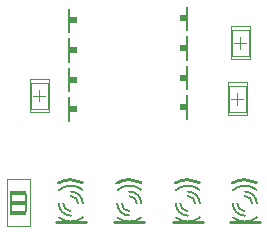
<source format=gtp>
%FSLAX24Y24*%
%MOIN*%
G70*
G01*
G75*
G04 Layer_Color=8421504*
%ADD10C,0.0320*%
%ADD11R,0.0476X0.0159*%
%ADD12C,0.0039*%
%ADD13C,0.0100*%
%ADD14C,0.0060*%
%ADD15R,0.0560X0.0140*%
%ADD16R,0.0250X0.0240*%
%ADD17C,0.0020*%
G04:AMPARAMS|DCode=18|XSize=66mil|YSize=66mil|CornerRadius=0mil|HoleSize=0mil|Usage=FLASHONLY|Rotation=270.000|XOffset=0mil|YOffset=0mil|HoleType=Round|Shape=Octagon|*
%AMOCTAGOND18*
4,1,8,-0.0165,-0.0330,0.0165,-0.0330,0.0330,-0.0165,0.0330,0.0165,0.0165,0.0330,-0.0165,0.0330,-0.0330,0.0165,-0.0330,-0.0165,-0.0165,-0.0330,0.0*
%
%ADD18OCTAGOND18*%

%ADD19O,0.1200X0.0600*%
%ADD20C,0.0591*%
%ADD21R,0.0591X0.0591*%
%ADD22R,0.0630X0.0520*%
%ADD23R,0.0551X0.0433*%
%ADD24C,0.0050*%
%ADD25C,0.0260*%
%ADD26C,0.0079*%
%ADD27C,0.0080*%
%ADD28R,0.2601X0.0240*%
D11*
X752Y1225D02*
D03*
D12*
X8435Y6122D02*
Y6988D01*
X7865Y6122D02*
Y6988D01*
Y6122D02*
X8435D01*
X7865Y6988D02*
X8435D01*
X8335Y4262D02*
Y5128D01*
X7765Y4262D02*
Y5128D01*
Y4262D02*
X8335D01*
X7765Y5128D02*
X8335D01*
X1735Y4367D02*
Y5233D01*
X1165Y4367D02*
Y5233D01*
Y4367D02*
X1735D01*
X1165Y5233D02*
X1735D01*
X7953Y6555D02*
X8347D01*
X8150Y6358D02*
Y6752D01*
X8465Y6004D02*
Y7106D01*
X7835Y6004D02*
Y7106D01*
Y6004D02*
X8465D01*
X7835Y7106D02*
X8465D01*
X7853Y4695D02*
X8247D01*
X8050Y4498D02*
Y4892D01*
X8365Y4144D02*
Y5246D01*
X7735Y4144D02*
Y5246D01*
Y4144D02*
X8365D01*
X7735Y5246D02*
X8365D01*
X1253Y4800D02*
X1647D01*
X1450Y4603D02*
Y4997D01*
X1765Y4249D02*
Y5351D01*
X1135Y4249D02*
Y5351D01*
Y4249D02*
X1765D01*
X1135Y5351D02*
X1765D01*
D13*
X8300Y2000D02*
G03*
X7881Y1881I-0J-800D01*
G01*
X8680Y1904D02*
G03*
X8300Y2000I-380J-706D01*
G01*
X6400D02*
G03*
X5981Y1881I-0J-800D01*
G01*
X6780Y1904D02*
G03*
X6400Y2000I-380J-706D01*
G01*
X4450D02*
G03*
X4031Y1881I-0J-800D01*
G01*
X4830Y1904D02*
G03*
X4450Y2000I-380J-706D01*
G01*
X2500D02*
G03*
X2081Y1881I-0J-800D01*
G01*
X2880Y1904D02*
G03*
X2500Y2000I-380J-706D01*
G01*
X7800Y580D02*
X8800D01*
X5900D02*
X6900D01*
X3950D02*
X4950D01*
X2000D02*
X3000D01*
D14*
X7900Y1200D02*
G03*
X8300Y800I400J0D01*
G01*
X8050Y1200D02*
G03*
X8300Y950I250J0D01*
G01*
X8700Y1200D02*
G03*
X8300Y1600I-400J0D01*
G01*
X8550Y1200D02*
G03*
X8300Y1450I-250J0D01*
G01*
X7916Y730D02*
G03*
X8300Y600I372J465D01*
G01*
D02*
G03*
X8700Y740I11J611D01*
G01*
X8300Y1800D02*
G03*
X7901Y1648I-0J-600D01*
G01*
X8690Y1661D02*
G03*
X8300Y1800I-387J-469D01*
G01*
X6000Y1200D02*
G03*
X6400Y800I400J0D01*
G01*
X6150Y1200D02*
G03*
X6400Y950I250J0D01*
G01*
X6800Y1200D02*
G03*
X6400Y1600I-400J0D01*
G01*
X6650Y1200D02*
G03*
X6400Y1450I-250J0D01*
G01*
X6016Y730D02*
G03*
X6400Y600I372J465D01*
G01*
D02*
G03*
X6800Y740I11J611D01*
G01*
X6400Y1800D02*
G03*
X6001Y1648I-0J-600D01*
G01*
X6790Y1661D02*
G03*
X6400Y1800I-387J-469D01*
G01*
X4050Y1200D02*
G03*
X4450Y800I400J0D01*
G01*
X4200Y1200D02*
G03*
X4450Y950I250J0D01*
G01*
X4850Y1200D02*
G03*
X4450Y1600I-400J0D01*
G01*
X4700Y1200D02*
G03*
X4450Y1450I-250J0D01*
G01*
X4066Y730D02*
G03*
X4450Y600I372J465D01*
G01*
D02*
G03*
X4850Y740I11J611D01*
G01*
X4450Y1800D02*
G03*
X4051Y1648I-0J-600D01*
G01*
X4840Y1661D02*
G03*
X4450Y1800I-387J-469D01*
G01*
X2100Y1200D02*
G03*
X2500Y800I400J0D01*
G01*
X2250Y1200D02*
G03*
X2500Y950I250J0D01*
G01*
X2900Y1200D02*
G03*
X2500Y1600I-400J0D01*
G01*
X2750Y1200D02*
G03*
X2500Y1450I-250J0D01*
G01*
X2116Y730D02*
G03*
X2500Y600I372J465D01*
G01*
D02*
G03*
X2900Y740I11J611D01*
G01*
X2500Y1800D02*
G03*
X2101Y1648I-0J-600D01*
G01*
X2890Y1661D02*
G03*
X2500Y1800I-387J-469D01*
G01*
X500Y944D02*
Y1504D01*
X1000Y944D02*
Y1504D01*
X2450Y3963D02*
Y4743D01*
Y4953D02*
Y5733D01*
Y5936D02*
Y6716D01*
Y6916D02*
Y7696D01*
X6389Y6983D02*
Y7764D01*
Y5994D02*
Y6774D01*
Y5010D02*
Y5790D01*
Y4030D02*
Y4810D01*
D15*
X750Y1564D02*
D03*
Y884D02*
D03*
D16*
X2575Y4353D02*
D03*
Y5333D02*
D03*
Y6326D02*
D03*
Y7306D02*
D03*
X6264Y7374D02*
D03*
Y6394D02*
D03*
Y5400D02*
D03*
Y4420D02*
D03*
D17*
X363Y2004D02*
X1140D01*
X363Y447D02*
X1140D01*
X363D02*
Y2004D01*
X1140Y447D02*
Y2004D01*
M02*

</source>
